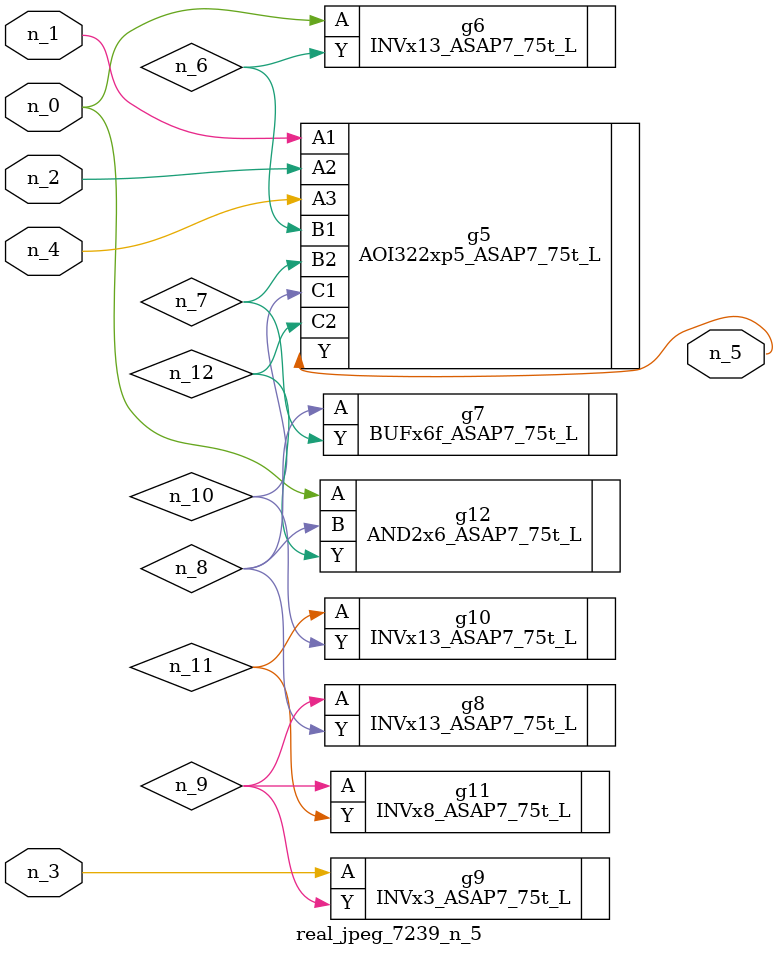
<source format=v>
module real_jpeg_7239_n_5 (n_4, n_0, n_1, n_2, n_3, n_5);

input n_4;
input n_0;
input n_1;
input n_2;
input n_3;

output n_5;

wire n_12;
wire n_8;
wire n_11;
wire n_6;
wire n_7;
wire n_10;
wire n_9;

INVx13_ASAP7_75t_L g6 ( 
.A(n_0),
.Y(n_6)
);

AND2x6_ASAP7_75t_L g12 ( 
.A(n_0),
.B(n_8),
.Y(n_12)
);

AOI322xp5_ASAP7_75t_L g5 ( 
.A1(n_1),
.A2(n_2),
.A3(n_4),
.B1(n_6),
.B2(n_7),
.C1(n_10),
.C2(n_12),
.Y(n_5)
);

INVx3_ASAP7_75t_L g9 ( 
.A(n_3),
.Y(n_9)
);

BUFx6f_ASAP7_75t_L g7 ( 
.A(n_8),
.Y(n_7)
);

INVx13_ASAP7_75t_L g8 ( 
.A(n_9),
.Y(n_8)
);

INVx8_ASAP7_75t_L g11 ( 
.A(n_9),
.Y(n_11)
);

INVx13_ASAP7_75t_L g10 ( 
.A(n_11),
.Y(n_10)
);


endmodule
</source>
